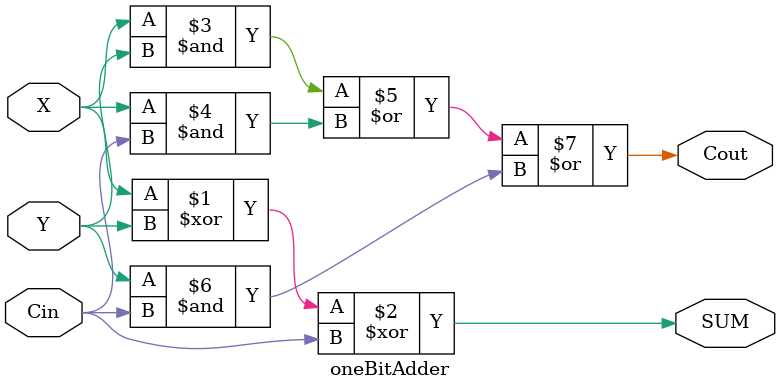
<source format=v>
module oneBitAdder (X ,Y ,Cin ,SUM ,Cout);
  input X ,Y ,Cin;
  output SUM ,Cout;
  
  assign SUM = X ^ Y ^ Cin;
  assign Cout = (X & Y)|(X & Cin)|(Y & Cin);
  
endmodule
</source>
